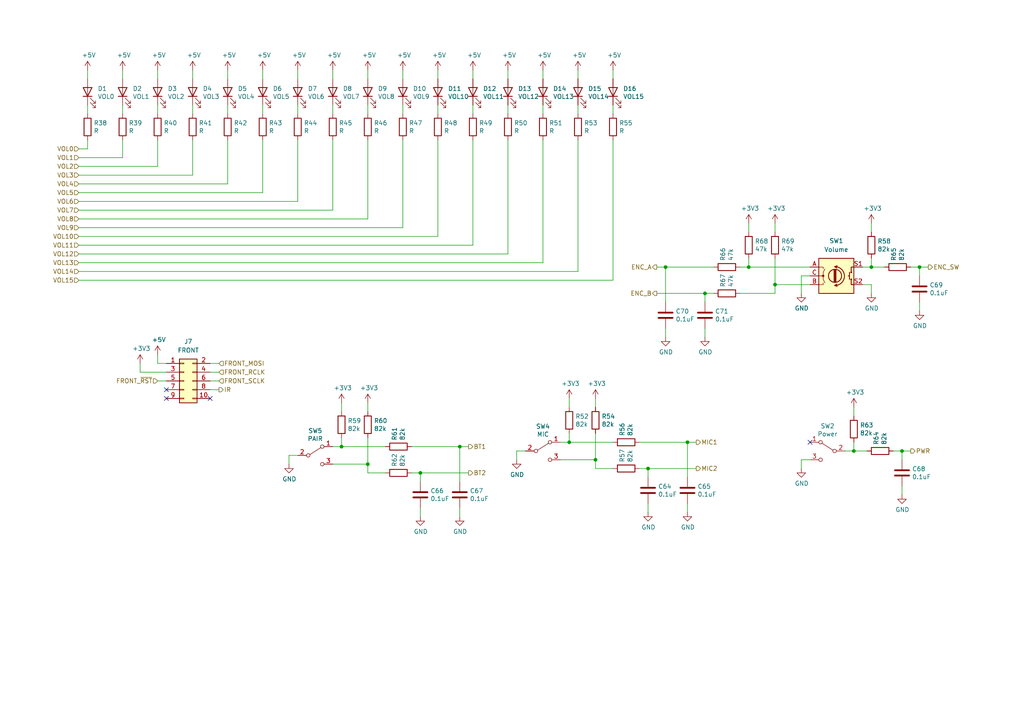
<source format=kicad_sch>
(kicad_sch (version 20201015) (generator eeschema)
  (page 1 7)
  (paper "A4")
  (lib_symbols
    (symbol "Connector_Generic:Conn_02x05_Odd_Even" (pin_names (offset 1.016) hide)
      (property "Reference" "J" (at 1.27 7.62 0))
      (property "Value" "Conn_02x05_Odd_Even" (at 1.27 -7.62 0))
      (symbol "Conn_02x05_Odd_Even_1_1"
        (rectangle (start -1.27 -4.953) (end 0 -5.207) (stroke (width 0.1524)))
        (rectangle (start -1.27 -2.413) (end 0 -2.667) (stroke (width 0.1524)))
        (rectangle (start -1.27 2.667) (end 0 2.413) (stroke (width 0.1524)))
        (rectangle (start -1.27 5.207) (end 0 4.953) (stroke (width 0.1524)))
        (rectangle (start -1.27 6.35) (end 3.81 -6.35) (stroke (width 0.254)) (fill (type background)))
        (rectangle (start -1.27 0.127) (end 0 -0.127) (stroke (width 0.1524)))
        (rectangle (start 3.81 -4.953) (end 2.54 -5.207) (stroke (width 0.1524)))
        (rectangle (start 3.81 -2.413) (end 2.54 -2.667) (stroke (width 0.1524)))
        (rectangle (start 3.81 2.667) (end 2.54 2.413) (stroke (width 0.1524)))
        (rectangle (start 3.81 5.207) (end 2.54 4.953) (stroke (width 0.1524)))
        (rectangle (start 3.81 0.127) (end 2.54 -0.127) (stroke (width 0.1524)))
        (pin passive line (at -5.08 5.08 0) (length 3.81) (name "Pin_1") (number "1"))
        (pin passive line (at 7.62 -5.08 180) (length 3.81) (name "Pin_10") (number "10"))
        (pin passive line (at 7.62 5.08 180) (length 3.81) (name "Pin_2") (number "2"))
        (pin passive line (at -5.08 2.54 0) (length 3.81) (name "Pin_3") (number "3"))
        (pin passive line (at 7.62 2.54 180) (length 3.81) (name "Pin_4") (number "4"))
        (pin passive line (at -5.08 0 0) (length 3.81) (name "Pin_5") (number "5"))
        (pin passive line (at 7.62 0 180) (length 3.81) (name "Pin_6") (number "6"))
        (pin passive line (at -5.08 -2.54 0) (length 3.81) (name "Pin_7") (number "7"))
        (pin passive line (at 7.62 -2.54 180) (length 3.81) (name "Pin_8") (number "8"))
        (pin passive line (at -5.08 -5.08 0) (length 3.81) (name "Pin_9") (number "9"))
      )
    )
    (symbol "Device:C" (pin_numbers hide) (pin_names (offset 0.254))
      (property "Reference" "C" (at 0.635 2.54 0))
      (property "Value" "C" (at 0.635 -2.54 0))
      (symbol "C_0_1"
        (polyline (pts (xy -2.032 -0.762) (xy 2.032 -0.762)) (stroke (width 0.508)))
        (polyline (pts (xy -2.032 0.762) (xy 2.032 0.762)) (stroke (width 0.508)))
      )
      (symbol "C_1_1"
        (pin passive line (at 0 3.81 270) (length 2.794) (name "~") (number "1"))
        (pin passive line (at 0 -3.81 90) (length 2.794) (name "~") (number "2"))
      )
    )
    (symbol "Device:LED" (pin_numbers hide) (pin_names (offset 1.016) hide)
      (property "Reference" "D" (at 0 2.54 0))
      (property "Value" "LED" (at 0 -2.54 0))
      (symbol "LED_0_1"
        (polyline (pts (xy -1.27 -1.27) (xy -1.27 1.27)) (stroke (width 0.254)))
        (polyline (pts (xy -1.27 0) (xy 1.27 0)))
        (polyline (pts (xy 1.27 -1.27) (xy 1.27 1.27) (xy -1.27 0) (xy 1.27 -1.27)) (stroke (width 0.254)))
        (polyline (pts (xy -3.048 -0.762) (xy -4.572 -2.286) (xy -3.81 -2.286) (xy -4.572 -2.286) (xy -4.572 -1.524)))
        (polyline (pts (xy -1.778 -0.762) (xy -3.302 -2.286) (xy -2.54 -2.286) (xy -3.302 -2.286) (xy -3.302 -1.524)))
      )
      (symbol "LED_1_1"
        (pin passive line (at -3.81 0 0) (length 2.54) (name "K") (number "1"))
        (pin passive line (at 3.81 0 180) (length 2.54) (name "A") (number "2"))
      )
    )
    (symbol "Device:R" (pin_numbers hide) (pin_names (offset 0))
      (property "Reference" "R" (at 2.032 0 90))
      (property "Value" "R" (at 0 0 90))
      (symbol "R_0_1"
        (rectangle (start -1.016 -2.54) (end 1.016 2.54) (stroke (width 0.254)))
      )
      (symbol "R_1_1"
        (pin passive line (at 0 3.81 270) (length 1.27) (name "~") (number "1"))
        (pin passive line (at 0 -3.81 90) (length 1.27) (name "~") (number "2"))
      )
    )
    (symbol "Device:RotaryEncoder_Switch" (pin_names (offset 0.254) hide)
      (property "Reference" "SW" (at 0 6.604 0))
      (property "Value" "RotaryEncoder_Switch" (at 0 -6.604 0))
      (symbol "RotaryEncoder_Switch_0_1"
        (arc (start -0.381 -2.794) (end -0.381 2.667) (radius (at -0.381 -0.0508) (length 2.7432) (angles -89.9 89.9)) (stroke (width 0.254)))
        (circle (center -3.81 0) (radius 0.254) (fill (type outline)))
        (circle (center -0.381 0) (radius 1.905) (stroke (width 0.254)))
        (circle (center 4.318 -1.016) (radius 0.127) (stroke (width 0.254)))
        (circle (center 4.318 1.016) (radius 0.127) (stroke (width 0.254)))
        (rectangle (start -5.08 5.08) (end 5.08 -5.08) (stroke (width 0.254)) (fill (type background)))
        (polyline (pts (xy -0.635 -1.778) (xy -0.635 1.778)) (stroke (width 0.254)))
        (polyline (pts (xy -0.381 -1.778) (xy -0.381 1.778)) (stroke (width 0.254)))
        (polyline (pts (xy -0.127 1.778) (xy -0.127 -1.778)) (stroke (width 0.254)))
        (polyline (pts (xy 3.81 0) (xy 3.429 0)) (stroke (width 0.254)))
        (polyline (pts (xy 3.81 1.016) (xy 3.81 -1.016)) (stroke (width 0.254)))
        (polyline (pts (xy -5.08 -2.54) (xy -3.81 -2.54) (xy -3.81 -2.032)))
        (polyline (pts (xy -5.08 2.54) (xy -3.81 2.54) (xy -3.81 2.032)))
        (polyline (pts (xy 0.254 -3.048) (xy -0.508 -2.794) (xy 0.127 -2.413)) (stroke (width 0.254)))
        (polyline (pts (xy 0.254 2.921) (xy -0.508 2.667) (xy 0.127 2.286)) (stroke (width 0.254)))
        (polyline (pts (xy 5.08 -2.54) (xy 4.318 -2.54) (xy 4.318 -1.016)) (stroke (width 0.254)))
        (polyline (pts (xy 5.08 2.54) (xy 4.318 2.54) (xy 4.318 1.016)) (stroke (width 0.254)))
        (polyline (pts (xy -5.08 0) (xy -3.81 0) (xy -3.81 -1.016) (xy -3.302 -2.032)))
        (polyline (pts (xy -4.318 0) (xy -3.81 0) (xy -3.81 1.016) (xy -3.302 2.032)))
      )
      (symbol "RotaryEncoder_Switch_1_1"
        (pin passive line (at -7.62 2.54 0) (length 2.54) (name "A") (number "A"))
        (pin passive line (at -7.62 -2.54 0) (length 2.54) (name "B") (number "B"))
        (pin passive line (at -7.62 0 0) (length 2.54) (name "C") (number "C"))
        (pin passive line (at 7.62 2.54 180) (length 2.54) (name "S1") (number "S1"))
        (pin passive line (at 7.62 -2.54 180) (length 2.54) (name "S2") (number "S2"))
      )
    )
    (symbol "Switch:SW_SPDT" (pin_names (offset 0) hide)
      (property "Reference" "SW" (at 0 4.318 0))
      (property "Value" "SW_SPDT" (at 0 -5.08 0))
      (symbol "SW_SPDT_0_0"
        (circle (center -2.032 0) (radius 0.508))
        (circle (center 2.032 -2.54) (radius 0.508))
      )
      (symbol "SW_SPDT_0_1"
        (circle (center 2.032 2.54) (radius 0.508))
        (polyline (pts (xy -1.524 0.254) (xy 1.651 2.286)))
      )
      (symbol "SW_SPDT_1_1"
        (pin passive line (at 5.08 2.54 180) (length 2.54) (name "A") (number "1"))
        (pin passive line (at -5.08 0 0) (length 2.54) (name "B") (number "2"))
        (pin passive line (at 5.08 -2.54 180) (length 2.54) (name "C") (number "3"))
      )
    )
    (symbol "power:+3V3" (power) (pin_names (offset 0))
      (property "Value" "+3V3" (at 0 3.556 0))
      (symbol "+3V3_0_1"
        (polyline (pts (xy -0.762 1.27) (xy 0 2.54)))
        (polyline (pts (xy 0 0) (xy 0 2.54)))
        (polyline (pts (xy 0 2.54) (xy 0.762 1.27)))
      )
      (symbol "+3V3_1_1"
        (pin power_in line (at 0 0 90) (length 0) hide (name "+3V3") (number "1"))
      )
    )
    (symbol "power:+5V" (power) (pin_names (offset 0))
      (property "Value" "+5V" (at 0 3.556 0))
      (symbol "+5V_0_1"
        (polyline (pts (xy -0.762 1.27) (xy 0 2.54)))
        (polyline (pts (xy 0 0) (xy 0 2.54)))
        (polyline (pts (xy 0 2.54) (xy 0.762 1.27)))
      )
      (symbol "+5V_1_1"
        (pin power_in line (at 0 0 90) (length 0) hide (name "+5V") (number "1"))
      )
    )
    (symbol "power:GND" (power) (pin_names (offset 0))
      (property "Value" "GND" (at 0 -3.81 0))
      (symbol "GND_0_1"
        (polyline (pts (xy 0 0) (xy 0 -1.27) (xy 1.27 -1.27) (xy 0 -2.54) (xy -1.27 -1.27) (xy 0 -1.27)))
      )
      (symbol "GND_1_1"
        (pin power_in line (at 0 0 270) (length 0) hide (name "GND") (number "1"))
      )
    )
  )
  (junction (at 99.06 129.54) (diameter 0.9144))
  (junction (at 106.68 134.62) (diameter 0.9144))
  (junction (at 121.92 137.16) (diameter 0.9144))
  (junction (at 133.35 129.54) (diameter 0.9144))
  (junction (at 165.1 128.27) (diameter 0.9144))
  (junction (at 172.72 133.35) (diameter 0.9144))
  (junction (at 187.96 135.89) (diameter 0.9144))
  (junction (at 193.04 77.47) (diameter 0.9144))
  (junction (at 199.39 128.27) (diameter 0.9144))
  (junction (at 204.47 85.09) (diameter 0.9144))
  (junction (at 217.17 77.47) (diameter 0.9144))
  (junction (at 224.79 82.55) (diameter 0.9144))
  (junction (at 247.65 130.81) (diameter 0.9144))
  (junction (at 252.73 77.47) (diameter 0.9144))
  (junction (at 261.62 130.81) (diameter 0.9144))
  (junction (at 266.7 77.47) (diameter 0.9144))
  (no_connect (at 48.26 115.57))
  (no_connect (at 234.95 128.27))
  (no_connect (at 60.96 115.57))
  (no_connect (at 48.26 113.03))
  (wire (pts (xy 22.86 43.18) (xy 25.4 43.18)))
  (wire (pts (xy 22.86 45.72) (xy 35.56 45.72)))
  (wire (pts (xy 22.86 48.26) (xy 45.72 48.26)))
  (wire (pts (xy 22.86 50.8) (xy 55.88 50.8)))
  (wire (pts (xy 22.86 53.34) (xy 66.04 53.34)))
  (wire (pts (xy 22.86 55.88) (xy 76.2 55.88)))
  (wire (pts (xy 22.86 58.42) (xy 86.36 58.42)))
  (wire (pts (xy 22.86 60.96) (xy 96.52 60.96)))
  (wire (pts (xy 22.86 66.04) (xy 116.84 66.04)))
  (wire (pts (xy 22.86 71.12) (xy 137.16 71.12)))
  (wire (pts (xy 22.86 76.2) (xy 157.48 76.2)))
  (wire (pts (xy 22.86 78.74) (xy 167.64 78.74)))
  (wire (pts (xy 22.86 81.28) (xy 177.8 81.28)))
  (wire (pts (xy 25.4 20.32) (xy 25.4 22.86)))
  (wire (pts (xy 25.4 30.48) (xy 25.4 33.02)))
  (wire (pts (xy 25.4 43.18) (xy 25.4 40.64)))
  (wire (pts (xy 35.56 20.32) (xy 35.56 22.86)))
  (wire (pts (xy 35.56 30.48) (xy 35.56 33.02)))
  (wire (pts (xy 35.56 45.72) (xy 35.56 40.64)))
  (wire (pts (xy 40.64 105.41) (xy 40.64 107.95)))
  (wire (pts (xy 40.64 107.95) (xy 48.26 107.95)))
  (wire (pts (xy 45.72 20.32) (xy 45.72 22.86)))
  (wire (pts (xy 45.72 30.48) (xy 45.72 33.02)))
  (wire (pts (xy 45.72 48.26) (xy 45.72 40.64)))
  (wire (pts (xy 45.72 102.87) (xy 45.72 105.41)))
  (wire (pts (xy 45.72 105.41) (xy 48.26 105.41)))
  (wire (pts (xy 45.72 110.49) (xy 48.26 110.49)))
  (wire (pts (xy 55.88 20.32) (xy 55.88 22.86)))
  (wire (pts (xy 55.88 30.48) (xy 55.88 33.02)))
  (wire (pts (xy 55.88 50.8) (xy 55.88 40.64)))
  (wire (pts (xy 60.96 105.41) (xy 63.5 105.41)))
  (wire (pts (xy 60.96 107.95) (xy 63.5 107.95)))
  (wire (pts (xy 60.96 110.49) (xy 63.5 110.49)))
  (wire (pts (xy 60.96 113.03) (xy 63.5 113.03)))
  (wire (pts (xy 66.04 20.32) (xy 66.04 22.86)))
  (wire (pts (xy 66.04 30.48) (xy 66.04 33.02)))
  (wire (pts (xy 66.04 53.34) (xy 66.04 40.64)))
  (wire (pts (xy 76.2 20.32) (xy 76.2 22.86)))
  (wire (pts (xy 76.2 30.48) (xy 76.2 33.02)))
  (wire (pts (xy 76.2 55.88) (xy 76.2 40.64)))
  (wire (pts (xy 83.82 132.08) (xy 83.82 134.62)))
  (wire (pts (xy 83.82 132.08) (xy 86.36 132.08)))
  (wire (pts (xy 86.36 20.32) (xy 86.36 22.86)))
  (wire (pts (xy 86.36 30.48) (xy 86.36 33.02)))
  (wire (pts (xy 86.36 58.42) (xy 86.36 40.64)))
  (wire (pts (xy 96.52 20.32) (xy 96.52 22.86)))
  (wire (pts (xy 96.52 30.48) (xy 96.52 33.02)))
  (wire (pts (xy 96.52 60.96) (xy 96.52 40.64)))
  (wire (pts (xy 96.52 129.54) (xy 99.06 129.54)))
  (wire (pts (xy 96.52 134.62) (xy 106.68 134.62)))
  (wire (pts (xy 99.06 116.84) (xy 99.06 119.38)))
  (wire (pts (xy 99.06 127) (xy 99.06 129.54)))
  (wire (pts (xy 99.06 129.54) (xy 111.76 129.54)))
  (wire (pts (xy 106.68 20.32) (xy 106.68 22.86)))
  (wire (pts (xy 106.68 30.48) (xy 106.68 33.02)))
  (wire (pts (xy 106.68 40.64) (xy 106.68 63.5)))
  (wire (pts (xy 106.68 63.5) (xy 22.86 63.5)))
  (wire (pts (xy 106.68 116.84) (xy 106.68 119.38)))
  (wire (pts (xy 106.68 134.62) (xy 106.68 127)))
  (wire (pts (xy 106.68 134.62) (xy 106.68 137.16)))
  (wire (pts (xy 106.68 137.16) (xy 111.76 137.16)))
  (wire (pts (xy 116.84 20.32) (xy 116.84 22.86)))
  (wire (pts (xy 116.84 30.48) (xy 116.84 33.02)))
  (wire (pts (xy 116.84 66.04) (xy 116.84 40.64)))
  (wire (pts (xy 121.92 137.16) (xy 119.38 137.16)))
  (wire (pts (xy 121.92 137.16) (xy 135.89 137.16)))
  (wire (pts (xy 121.92 139.7) (xy 121.92 137.16)))
  (wire (pts (xy 121.92 147.32) (xy 121.92 149.86)))
  (wire (pts (xy 127 20.32) (xy 127 22.86)))
  (wire (pts (xy 127 30.48) (xy 127 33.02)))
  (wire (pts (xy 127 40.64) (xy 127 68.58)))
  (wire (pts (xy 127 68.58) (xy 22.86 68.58)))
  (wire (pts (xy 133.35 129.54) (xy 119.38 129.54)))
  (wire (pts (xy 133.35 129.54) (xy 135.89 129.54)))
  (wire (pts (xy 133.35 139.7) (xy 133.35 129.54)))
  (wire (pts (xy 133.35 147.32) (xy 133.35 149.86)))
  (wire (pts (xy 137.16 20.32) (xy 137.16 22.86)))
  (wire (pts (xy 137.16 30.48) (xy 137.16 33.02)))
  (wire (pts (xy 137.16 71.12) (xy 137.16 40.64)))
  (wire (pts (xy 147.32 20.32) (xy 147.32 22.86)))
  (wire (pts (xy 147.32 30.48) (xy 147.32 33.02)))
  (wire (pts (xy 147.32 40.64) (xy 147.32 73.66)))
  (wire (pts (xy 147.32 73.66) (xy 22.86 73.66)))
  (wire (pts (xy 149.86 130.81) (xy 149.86 133.35)))
  (wire (pts (xy 149.86 130.81) (xy 152.4 130.81)))
  (wire (pts (xy 157.48 20.32) (xy 157.48 22.86)))
  (wire (pts (xy 157.48 30.48) (xy 157.48 33.02)))
  (wire (pts (xy 157.48 76.2) (xy 157.48 40.64)))
  (wire (pts (xy 162.56 128.27) (xy 165.1 128.27)))
  (wire (pts (xy 162.56 133.35) (xy 172.72 133.35)))
  (wire (pts (xy 165.1 115.57) (xy 165.1 118.11)))
  (wire (pts (xy 165.1 125.73) (xy 165.1 128.27)))
  (wire (pts (xy 165.1 128.27) (xy 177.8 128.27)))
  (wire (pts (xy 167.64 20.32) (xy 167.64 22.86)))
  (wire (pts (xy 167.64 30.48) (xy 167.64 33.02)))
  (wire (pts (xy 167.64 78.74) (xy 167.64 40.64)))
  (wire (pts (xy 172.72 115.57) (xy 172.72 118.11)))
  (wire (pts (xy 172.72 133.35) (xy 172.72 125.73)))
  (wire (pts (xy 172.72 133.35) (xy 172.72 135.89)))
  (wire (pts (xy 172.72 135.89) (xy 177.8 135.89)))
  (wire (pts (xy 177.8 20.32) (xy 177.8 22.86)))
  (wire (pts (xy 177.8 30.48) (xy 177.8 33.02)))
  (wire (pts (xy 177.8 81.28) (xy 177.8 40.64)))
  (wire (pts (xy 187.96 135.89) (xy 185.42 135.89)))
  (wire (pts (xy 187.96 135.89) (xy 201.93 135.89)))
  (wire (pts (xy 187.96 138.43) (xy 187.96 135.89)))
  (wire (pts (xy 187.96 146.05) (xy 187.96 148.59)))
  (wire (pts (xy 190.5 77.47) (xy 193.04 77.47)))
  (wire (pts (xy 190.5 85.09) (xy 204.47 85.09)))
  (wire (pts (xy 193.04 77.47) (xy 193.04 87.63)))
  (wire (pts (xy 193.04 77.47) (xy 207.01 77.47)))
  (wire (pts (xy 193.04 95.25) (xy 193.04 97.79)))
  (wire (pts (xy 199.39 128.27) (xy 185.42 128.27)))
  (wire (pts (xy 199.39 128.27) (xy 201.93 128.27)))
  (wire (pts (xy 199.39 138.43) (xy 199.39 128.27)))
  (wire (pts (xy 199.39 146.05) (xy 199.39 148.59)))
  (wire (pts (xy 204.47 85.09) (xy 204.47 87.63)))
  (wire (pts (xy 204.47 85.09) (xy 207.01 85.09)))
  (wire (pts (xy 204.47 95.25) (xy 204.47 97.79)))
  (wire (pts (xy 214.63 77.47) (xy 217.17 77.47)))
  (wire (pts (xy 217.17 64.77) (xy 217.17 67.31)))
  (wire (pts (xy 217.17 77.47) (xy 217.17 74.93)))
  (wire (pts (xy 217.17 77.47) (xy 234.95 77.47)))
  (wire (pts (xy 224.79 64.77) (xy 224.79 67.31)))
  (wire (pts (xy 224.79 74.93) (xy 224.79 82.55)))
  (wire (pts (xy 224.79 82.55) (xy 224.79 85.09)))
  (wire (pts (xy 224.79 82.55) (xy 234.95 82.55)))
  (wire (pts (xy 224.79 85.09) (xy 214.63 85.09)))
  (wire (pts (xy 232.41 80.01) (xy 232.41 85.09)))
  (wire (pts (xy 232.41 80.01) (xy 234.95 80.01)))
  (wire (pts (xy 232.41 133.35) (xy 232.41 135.89)))
  (wire (pts (xy 232.41 133.35) (xy 234.95 133.35)))
  (wire (pts (xy 245.11 130.81) (xy 247.65 130.81)))
  (wire (pts (xy 247.65 118.11) (xy 247.65 120.65)))
  (wire (pts (xy 247.65 128.27) (xy 247.65 130.81)))
  (wire (pts (xy 247.65 130.81) (xy 251.46 130.81)))
  (wire (pts (xy 250.19 77.47) (xy 252.73 77.47)))
  (wire (pts (xy 250.19 82.55) (xy 252.73 82.55)))
  (wire (pts (xy 252.73 64.77) (xy 252.73 67.31)))
  (wire (pts (xy 252.73 74.93) (xy 252.73 77.47)))
  (wire (pts (xy 252.73 77.47) (xy 256.54 77.47)))
  (wire (pts (xy 252.73 82.55) (xy 252.73 85.09)))
  (wire (pts (xy 261.62 130.81) (xy 259.08 130.81)))
  (wire (pts (xy 261.62 130.81) (xy 264.16 130.81)))
  (wire (pts (xy 261.62 133.35) (xy 261.62 130.81)))
  (wire (pts (xy 261.62 140.97) (xy 261.62 143.51)))
  (wire (pts (xy 266.7 77.47) (xy 264.16 77.47)))
  (wire (pts (xy 266.7 77.47) (xy 269.24 77.47)))
  (wire (pts (xy 266.7 80.01) (xy 266.7 77.47)))
  (wire (pts (xy 266.7 87.63) (xy 266.7 90.17)))
  (hierarchical_label "VOL0" (shape input) (at 22.86 43.18 180))
  (hierarchical_label "VOL1" (shape input) (at 22.86 45.72 180))
  (hierarchical_label "VOL2" (shape input) (at 22.86 48.26 180))
  (hierarchical_label "VOL3" (shape input) (at 22.86 50.8 180))
  (hierarchical_label "VOL4" (shape input) (at 22.86 53.34 180))
  (hierarchical_label "VOL5" (shape input) (at 22.86 55.88 180))
  (hierarchical_label "VOL6" (shape input) (at 22.86 58.42 180))
  (hierarchical_label "VOL7" (shape input) (at 22.86 60.96 180))
  (hierarchical_label "VOL8" (shape input) (at 22.86 63.5 180))
  (hierarchical_label "VOL9" (shape input) (at 22.86 66.04 180))
  (hierarchical_label "VOL10" (shape input) (at 22.86 68.58 180))
  (hierarchical_label "VOL11" (shape input) (at 22.86 71.12 180))
  (hierarchical_label "VOL12" (shape input) (at 22.86 73.66 180))
  (hierarchical_label "VOL13" (shape input) (at 22.86 76.2 180))
  (hierarchical_label "VOL14" (shape input) (at 22.86 78.74 180))
  (hierarchical_label "VOL15" (shape input) (at 22.86 81.28 180))
  (hierarchical_label "FRONT_~RST" (shape input) (at 45.72 110.49 180))
  (hierarchical_label "FRONT_MOSI" (shape input) (at 63.5 105.41 0))
  (hierarchical_label "FRONT_RCLK" (shape input) (at 63.5 107.95 0))
  (hierarchical_label "FRONT_SCLK" (shape input) (at 63.5 110.49 0))
  (hierarchical_label "IR" (shape output) (at 63.5 113.03 0))
  (hierarchical_label "BT1" (shape output) (at 135.89 129.54 0))
  (hierarchical_label "BT2" (shape output) (at 135.89 137.16 0))
  (hierarchical_label "ENC_A" (shape output) (at 190.5 77.47 180))
  (hierarchical_label "ENC_B" (shape output) (at 190.5 85.09 180))
  (hierarchical_label "MIC1" (shape output) (at 201.93 128.27 0))
  (hierarchical_label "MIC2" (shape output) (at 201.93 135.89 0))
  (hierarchical_label "PWR" (shape output) (at 264.16 130.81 0))
  (hierarchical_label "ENC_SW" (shape output) (at 269.24 77.47 0))
  (symbol (lib_id "power:+5V") (at 25.4 20.32 0) (unit 1)
    (property "Reference" "#PWR0193" (effects hide))
    (property "Value" "+5V" (at 25.7683 15.9956 0))
  )
  (symbol (lib_id "power:+5V") (at 35.56 20.32 0) (unit 1)
    (property "Reference" "#PWR0194" (effects hide))
    (property "Value" "+5V" (at 35.9283 15.9956 0))
  )
  (symbol (lib_id "power:+3V3") (at 40.64 105.41 0) (unit 1)
    (property "Reference" "#PWR0214" (effects hide))
    (property "Value" "+3V3" (at 41.0083 101.0856 0))
  )
  (symbol (lib_id "power:+5V") (at 45.72 20.32 0) (unit 1)
    (property "Reference" "#PWR0190" (effects hide))
    (property "Value" "+5V" (at 46.0883 15.9956 0))
  )
  (symbol (lib_id "power:+5V") (at 45.72 102.87 0) (unit 1)
    (property "Reference" "#PWR0215" (effects hide))
    (property "Value" "+5V" (at 46.0883 98.5456 0))
  )
  (symbol (lib_id "power:+5V") (at 55.88 20.32 0) (unit 1)
    (property "Reference" "#PWR0188" (effects hide))
    (property "Value" "+5V" (at 56.2483 15.9956 0))
  )
  (symbol (lib_id "power:+5V") (at 66.04 20.32 0) (unit 1)
    (property "Reference" "#PWR0189" (effects hide))
    (property "Value" "+5V" (at 66.4083 15.9956 0))
  )
  (symbol (lib_id "power:+5V") (at 76.2 20.32 0) (unit 1)
    (property "Reference" "#PWR0186" (effects hide))
    (property "Value" "+5V" (at 76.5683 15.9956 0))
  )
  (symbol (lib_id "power:+5V") (at 86.36 20.32 0) (unit 1)
    (property "Reference" "#PWR0187" (effects hide))
    (property "Value" "+5V" (at 86.7283 15.9956 0))
  )
  (symbol (lib_id "power:+5V") (at 96.52 20.32 0) (unit 1)
    (property "Reference" "#PWR0192" (effects hide))
    (property "Value" "+5V" (at 96.8883 15.9956 0))
  )
  (symbol (lib_id "power:+3V3") (at 99.06 116.84 0) (unit 1)
    (property "Reference" "#PWR0203" (effects hide))
    (property "Value" "+3V3" (at 99.4283 112.5156 0))
  )
  (symbol (lib_id "power:+5V") (at 106.68 20.32 0) (unit 1)
    (property "Reference" "#PWR0191" (effects hide))
    (property "Value" "+5V" (at 107.0483 15.9956 0))
  )
  (symbol (lib_id "power:+3V3") (at 106.68 116.84 0) (unit 1)
    (property "Reference" "#PWR0202" (effects hide))
    (property "Value" "+3V3" (at 107.0483 112.5156 0))
  )
  (symbol (lib_id "power:+5V") (at 116.84 20.32 0) (unit 1)
    (property "Reference" "#PWR0183" (effects hide))
    (property "Value" "+5V" (at 117.2083 15.9956 0))
  )
  (symbol (lib_id "power:+5V") (at 127 20.32 0) (unit 1)
    (property "Reference" "#PWR0185" (effects hide))
    (property "Value" "+5V" (at 127.3683 15.9956 0))
  )
  (symbol (lib_id "power:+5V") (at 137.16 20.32 0) (unit 1)
    (property "Reference" "#PWR0184" (effects hide))
    (property "Value" "+5V" (at 137.5283 15.9956 0))
  )
  (symbol (lib_id "power:+5V") (at 147.32 20.32 0) (unit 1)
    (property "Reference" "#PWR0179" (effects hide))
    (property "Value" "+5V" (at 147.6883 15.9956 0))
  )
  (symbol (lib_id "power:+5V") (at 157.48 20.32 0) (unit 1)
    (property "Reference" "#PWR0180" (effects hide))
    (property "Value" "+5V" (at 157.8483 15.9956 0))
  )
  (symbol (lib_id "power:+3V3") (at 165.1 115.57 0) (unit 1)
    (property "Reference" "#PWR0195" (effects hide))
    (property "Value" "+3V3" (at 165.4683 111.2456 0))
  )
  (symbol (lib_id "power:+5V") (at 167.64 20.32 0) (unit 1)
    (property "Reference" "#PWR0181" (effects hide))
    (property "Value" "+5V" (at 168.0083 15.9956 0))
  )
  (symbol (lib_id "power:+3V3") (at 172.72 115.57 0) (unit 1)
    (property "Reference" "#PWR0196" (effects hide))
    (property "Value" "+3V3" (at 173.0883 111.2456 0))
  )
  (symbol (lib_id "power:+5V") (at 177.8 20.32 0) (unit 1)
    (property "Reference" "#PWR0182" (effects hide))
    (property "Value" "+5V" (at 178.1683 15.9956 0))
  )
  (symbol (lib_id "power:+3V3") (at 217.17 64.77 0) (unit 1)
    (property "Reference" "#PWR0210" (effects hide))
    (property "Value" "+3V3" (at 217.5383 60.4456 0))
  )
  (symbol (lib_id "power:+3V3") (at 224.79 64.77 0) (unit 1)
    (property "Reference" "#PWR0211" (effects hide))
    (property "Value" "+3V3" (at 225.1583 60.4456 0))
  )
  (symbol (lib_id "power:+3V3") (at 247.65 118.11 0) (unit 1)
    (property "Reference" "#PWR0206" (effects hide))
    (property "Value" "+3V3" (at 248.0183 113.7856 0))
  )
  (symbol (lib_id "power:+3V3") (at 252.73 64.77 0) (unit 1)
    (property "Reference" "#PWR0207" (effects hide))
    (property "Value" "+3V3" (at 253.0983 60.4456 0))
  )
  (symbol (lib_id "power:GND") (at 83.82 134.62 0) (unit 1)
    (property "Reference" "#PWR0178" (effects hide))
    (property "Value" "GND" (at 83.9343 138.9444 0))
  )
  (symbol (lib_id "power:GND") (at 121.92 149.86 0) (unit 1)
    (property "Reference" "#PWR0197" (effects hide))
    (property "Value" "GND" (at 122.0343 154.1844 0))
  )
  (symbol (lib_id "power:GND") (at 133.35 149.86 0) (unit 1)
    (property "Reference" "#PWR0201" (effects hide))
    (property "Value" "GND" (at 133.4643 154.1844 0))
  )
  (symbol (lib_id "power:GND") (at 149.86 133.35 0) (unit 1)
    (property "Reference" "#PWR0162" (effects hide))
    (property "Value" "GND" (at 149.9743 137.6744 0))
  )
  (symbol (lib_id "power:GND") (at 187.96 148.59 0) (unit 1)
    (property "Reference" "#PWR0199" (effects hide))
    (property "Value" "GND" (at 188.0743 152.9144 0))
  )
  (symbol (lib_id "power:GND") (at 193.04 97.79 0) (unit 1)
    (property "Reference" "#PWR0213" (effects hide))
    (property "Value" "GND" (at 193.1543 102.1144 0))
  )
  (symbol (lib_id "power:GND") (at 199.39 148.59 0) (unit 1)
    (property "Reference" "#PWR0200" (effects hide))
    (property "Value" "GND" (at 199.5043 152.9144 0))
  )
  (symbol (lib_id "power:GND") (at 204.47 97.79 0) (unit 1)
    (property "Reference" "#PWR0212" (effects hide))
    (property "Value" "GND" (at 204.5843 102.1144 0))
  )
  (symbol (lib_id "power:GND") (at 232.41 85.09 0) (unit 1)
    (property "Reference" "#PWR0198" (effects hide))
    (property "Value" "GND" (at 232.5243 89.4144 0))
  )
  (symbol (lib_id "power:GND") (at 232.41 135.89 0) (unit 1)
    (property "Reference" "#PWR0204" (effects hide))
    (property "Value" "GND" (at 232.5243 140.2144 0))
  )
  (symbol (lib_id "power:GND") (at 252.73 85.09 0) (unit 1)
    (property "Reference" "#PWR0208" (effects hide))
    (property "Value" "GND" (at 252.8443 89.4144 0))
  )
  (symbol (lib_id "power:GND") (at 261.62 143.51 0) (unit 1)
    (property "Reference" "#PWR0205" (effects hide))
    (property "Value" "GND" (at 261.7343 147.8344 0))
  )
  (symbol (lib_id "power:GND") (at 266.7 90.17 0) (unit 1)
    (property "Reference" "#PWR0209" (effects hide))
    (property "Value" "GND" (at 266.8143 94.4944 0))
  )
  (symbol (lib_id "Device:R") (at 25.4 36.83 0) (unit 1)
    (property "Reference" "R38" (at 27.1781 35.6806 0) (effects (justify left)))
    (property "Value" "R" (at 27.1781 37.9793 0) (effects (justify left)))
    (property "Footprint" "Resistor_SMD:R_0603_1608Metric" (effects hide))
  )
  (symbol (lib_id "Device:R") (at 35.56 36.83 0) (unit 1)
    (property "Reference" "R39" (at 37.3381 35.6806 0) (effects (justify left)))
    (property "Value" "R" (at 37.3381 37.9793 0) (effects (justify left)))
    (property "Footprint" "Resistor_SMD:R_0603_1608Metric" (effects hide))
  )
  (symbol (lib_id "Device:R") (at 45.72 36.83 0) (unit 1)
    (property "Reference" "R40" (at 47.4981 35.6806 0) (effects (justify left)))
    (property "Value" "R" (at 47.4981 37.9793 0) (effects (justify left)))
    (property "Footprint" "Resistor_SMD:R_0603_1608Metric" (effects hide))
  )
  (symbol (lib_id "Device:R") (at 55.88 36.83 0) (unit 1)
    (property "Reference" "R41" (at 57.6581 35.6806 0) (effects (justify left)))
    (property "Value" "R" (at 57.6581 37.9793 0) (effects (justify left)))
    (property "Footprint" "Resistor_SMD:R_0603_1608Metric" (effects hide))
  )
  (symbol (lib_id "Device:R") (at 66.04 36.83 0) (unit 1)
    (property "Reference" "R42" (at 67.8181 35.6806 0) (effects (justify left)))
    (property "Value" "R" (at 67.8181 37.9793 0) (effects (justify left)))
    (property "Footprint" "Resistor_SMD:R_0603_1608Metric" (effects hide))
  )
  (symbol (lib_id "Device:R") (at 76.2 36.83 0) (unit 1)
    (property "Reference" "R43" (at 77.9781 35.6806 0) (effects (justify left)))
    (property "Value" "R" (at 77.9781 37.9793 0) (effects (justify left)))
    (property "Footprint" "Resistor_SMD:R_0603_1608Metric" (effects hide))
  )
  (symbol (lib_id "Device:R") (at 86.36 36.83 0) (unit 1)
    (property "Reference" "R44" (at 88.1381 35.6806 0) (effects (justify left)))
    (property "Value" "R" (at 88.1381 37.9793 0) (effects (justify left)))
    (property "Footprint" "Resistor_SMD:R_0603_1608Metric" (effects hide))
  )
  (symbol (lib_id "Device:R") (at 96.52 36.83 0) (unit 1)
    (property "Reference" "R45" (at 98.2981 35.6806 0) (effects (justify left)))
    (property "Value" "R" (at 98.2981 37.9793 0) (effects (justify left)))
    (property "Footprint" "Resistor_SMD:R_0603_1608Metric" (effects hide))
  )
  (symbol (lib_id "Device:R") (at 99.06 123.19 0) (unit 1)
    (property "Reference" "R59" (at 100.8381 122.0406 0) (effects (justify left)))
    (property "Value" "82k" (at 100.838 124.339 0) (effects (justify left)))
    (property "Footprint" "Resistor_SMD:R_0603_1608Metric" (effects hide))
  )
  (symbol (lib_id "Device:R") (at 106.68 36.83 0) (unit 1)
    (property "Reference" "R46" (at 108.4581 35.6806 0) (effects (justify left)))
    (property "Value" "R" (at 108.4581 37.9793 0) (effects (justify left)))
    (property "Footprint" "Resistor_SMD:R_0603_1608Metric" (effects hide))
  )
  (symbol (lib_id "Device:R") (at 106.68 123.19 0) (unit 1)
    (property "Reference" "R60" (at 108.4581 122.0406 0) (effects (justify left)))
    (property "Value" "82k" (at 108.458 124.339 0) (effects (justify left)))
    (property "Footprint" "Resistor_SMD:R_0603_1608Metric" (effects hide))
  )
  (symbol (lib_id "Device:R") (at 115.57 129.54 90) (unit 1)
    (property "Reference" "R61" (at 114.4206 127.7619 0) (effects (justify left)))
    (property "Value" "82k" (at 116.719 127.762 0) (effects (justify left)))
    (property "Footprint" "Resistor_SMD:R_0603_1608Metric" (effects hide))
  )
  (symbol (lib_id "Device:R") (at 115.57 137.16 90) (unit 1)
    (property "Reference" "R62" (at 114.4206 135.3819 0) (effects (justify left)))
    (property "Value" "82k" (at 116.719 135.382 0) (effects (justify left)))
    (property "Footprint" "Resistor_SMD:R_0603_1608Metric" (effects hide))
  )
  (symbol (lib_id "Device:R") (at 116.84 36.83 0) (unit 1)
    (property "Reference" "R47" (at 118.6181 35.6806 0) (effects (justify left)))
    (property "Value" "R" (at 118.6181 37.9793 0) (effects (justify left)))
    (property "Footprint" "Resistor_SMD:R_0603_1608Metric" (effects hide))
  )
  (symbol (lib_id "Device:R") (at 127 36.83 0) (unit 1)
    (property "Reference" "R48" (at 128.7781 35.6806 0) (effects (justify left)))
    (property "Value" "R" (at 128.7781 37.9793 0) (effects (justify left)))
    (property "Footprint" "Resistor_SMD:R_0603_1608Metric" (effects hide))
  )
  (symbol (lib_id "Device:R") (at 137.16 36.83 0) (unit 1)
    (property "Reference" "R49" (at 138.9381 35.6806 0) (effects (justify left)))
    (property "Value" "R" (at 138.9381 37.9793 0) (effects (justify left)))
    (property "Footprint" "Resistor_SMD:R_0603_1608Metric" (effects hide))
  )
  (symbol (lib_id "Device:R") (at 147.32 36.83 0) (unit 1)
    (property "Reference" "R50" (at 149.0981 35.6806 0) (effects (justify left)))
    (property "Value" "R" (at 149.0981 37.9793 0) (effects (justify left)))
    (property "Footprint" "Resistor_SMD:R_0603_1608Metric" (effects hide))
  )
  (symbol (lib_id "Device:R") (at 157.48 36.83 0) (unit 1)
    (property "Reference" "R51" (at 159.2581 35.6806 0) (effects (justify left)))
    (property "Value" "R" (at 159.2581 37.9793 0) (effects (justify left)))
    (property "Footprint" "Resistor_SMD:R_0603_1608Metric" (effects hide))
  )
  (symbol (lib_id "Device:R") (at 165.1 121.92 0) (unit 1)
    (property "Reference" "R52" (at 166.8781 120.7706 0) (effects (justify left)))
    (property "Value" "82k" (at 166.878 123.069 0) (effects (justify left)))
    (property "Footprint" "Resistor_SMD:R_0603_1608Metric" (effects hide))
  )
  (symbol (lib_id "Device:R") (at 167.64 36.83 0) (unit 1)
    (property "Reference" "R53" (at 169.4181 35.6806 0) (effects (justify left)))
    (property "Value" "R" (at 169.4181 37.9793 0) (effects (justify left)))
    (property "Footprint" "Resistor_SMD:R_0603_1608Metric" (effects hide))
  )
  (symbol (lib_id "Device:R") (at 172.72 121.92 0) (unit 1)
    (property "Reference" "R54" (at 174.4981 120.7706 0) (effects (justify left)))
    (property "Value" "82k" (at 174.498 123.069 0) (effects (justify left)))
    (property "Footprint" "Resistor_SMD:R_0603_1608Metric" (effects hide))
  )
  (symbol (lib_id "Device:R") (at 177.8 36.83 0) (unit 1)
    (property "Reference" "R55" (at 179.5781 35.6806 0) (effects (justify left)))
    (property "Value" "R" (at 179.5781 37.9793 0) (effects (justify left)))
    (property "Footprint" "Resistor_SMD:R_0603_1608Metric" (effects hide))
  )
  (symbol (lib_id "Device:R") (at 181.61 128.27 90) (unit 1)
    (property "Reference" "R56" (at 180.4606 126.4919 0) (effects (justify left)))
    (property "Value" "82k" (at 182.759 126.492 0) (effects (justify left)))
    (property "Footprint" "Resistor_SMD:R_0603_1608Metric" (effects hide))
  )
  (symbol (lib_id "Device:R") (at 181.61 135.89 90) (unit 1)
    (property "Reference" "R57" (at 180.4606 134.1119 0) (effects (justify left)))
    (property "Value" "82k" (at 182.759 134.112 0) (effects (justify left)))
    (property "Footprint" "Resistor_SMD:R_0603_1608Metric" (effects hide))
  )
  (symbol (lib_id "Device:R") (at 210.82 77.47 90) (unit 1)
    (property "Reference" "R66" (at 209.6706 75.6919 0) (effects (justify left)))
    (property "Value" "47k" (at 211.969 75.692 0) (effects (justify left)))
    (property "Footprint" "Resistor_SMD:R_0603_1608Metric" (effects hide))
  )
  (symbol (lib_id "Device:R") (at 210.82 85.09 90) (unit 1)
    (property "Reference" "R67" (at 209.6706 83.3119 0) (effects (justify left)))
    (property "Value" "47k" (at 211.969 83.312 0) (effects (justify left)))
    (property "Footprint" "Resistor_SMD:R_0603_1608Metric" (effects hide))
  )
  (symbol (lib_id "Device:R") (at 217.17 71.12 0) (unit 1)
    (property "Reference" "R68" (at 218.9481 69.9706 0) (effects (justify left)))
    (property "Value" "47k" (at 218.948 72.269 0) (effects (justify left)))
    (property "Footprint" "Resistor_SMD:R_0603_1608Metric" (effects hide))
  )
  (symbol (lib_id "Device:R") (at 224.79 71.12 0) (unit 1)
    (property "Reference" "R69" (at 226.5681 69.9706 0) (effects (justify left)))
    (property "Value" "47k" (at 226.568 72.269 0) (effects (justify left)))
    (property "Footprint" "Resistor_SMD:R_0603_1608Metric" (effects hide))
  )
  (symbol (lib_id "Device:R") (at 247.65 124.46 0) (unit 1)
    (property "Reference" "R63" (at 249.4281 123.3106 0) (effects (justify left)))
    (property "Value" "82k" (at 249.428 125.609 0) (effects (justify left)))
    (property "Footprint" "Resistor_SMD:R_0603_1608Metric" (effects hide))
  )
  (symbol (lib_id "Device:R") (at 252.73 71.12 0) (unit 1)
    (property "Reference" "R58" (at 254.5081 69.9706 0) (effects (justify left)))
    (property "Value" "82k" (at 254.508 72.269 0) (effects (justify left)))
    (property "Footprint" "Resistor_SMD:R_0603_1608Metric" (effects hide))
  )
  (symbol (lib_id "Device:R") (at 255.27 130.81 90) (unit 1)
    (property "Reference" "R64" (at 254.1206 129.0319 0) (effects (justify left)))
    (property "Value" "82k" (at 256.419 129.032 0) (effects (justify left)))
    (property "Footprint" "Resistor_SMD:R_0603_1608Metric" (effects hide))
  )
  (symbol (lib_id "Device:R") (at 260.35 77.47 90) (unit 1)
    (property "Reference" "R65" (at 259.2006 75.6919 0) (effects (justify left)))
    (property "Value" "82k" (at 261.499 75.692 0) (effects (justify left)))
    (property "Footprint" "Resistor_SMD:R_0603_1608Metric" (effects hide))
  )
  (symbol (lib_id "Device:LED") (at 25.4 26.67 90) (unit 1)
    (property "Reference" "D1" (at 28.3211 25.7111 90) (effects (justify right)))
    (property "Value" "VOL0" (at 28.321 28.01 90) (effects (justify right)))
    (property "Footprint" "HackAmp-Footprints:LED_0603_1608Metric_SideView_Inolux" (effects hide))
    (property "Part Name" "Inolux IN-S63AS5B" (effects hide))
  )
  (symbol (lib_id "Device:LED") (at 35.56 26.67 90) (unit 1)
    (property "Reference" "D2" (at 38.4811 25.7111 90) (effects (justify right)))
    (property "Value" "VOL1" (at 38.481 28.01 90) (effects (justify right)))
    (property "Footprint" "HackAmp-Footprints:LED_0603_1608Metric_SideView_Inolux" (effects hide))
    (property "Part Name" "Inolux IN-S63AS5B" (effects hide))
  )
  (symbol (lib_id "Device:LED") (at 45.72 26.67 90) (unit 1)
    (property "Reference" "D3" (at 48.6411 25.7111 90) (effects (justify right)))
    (property "Value" "VOL2" (at 48.641 28.01 90) (effects (justify right)))
    (property "Footprint" "HackAmp-Footprints:LED_0603_1608Metric_SideView_Inolux" (effects hide))
    (property "Part Name" "Inolux IN-S63AS5B" (effects hide))
  )
  (symbol (lib_id "Device:LED") (at 55.88 26.67 90) (unit 1)
    (property "Reference" "D4" (at 58.8011 25.7111 90) (effects (justify right)))
    (property "Value" "VOL3" (at 58.801 28.01 90) (effects (justify right)))
    (property "Footprint" "HackAmp-Footprints:LED_0603_1608Metric_SideView_Inolux" (effects hide))
    (property "Part Name" "Inolux IN-S63AS5B" (effects hide))
  )
  (symbol (lib_id "Device:LED") (at 66.04 26.67 90) (unit 1)
    (property "Reference" "D5" (at 68.9611 25.7111 90) (effects (justify right)))
    (property "Value" "VOL4" (at 68.961 28.01 90) (effects (justify right)))
    (property "Footprint" "HackAmp-Footprints:LED_0603_1608Metric_SideView_Inolux" (effects hide))
    (property "Part Name" "Inolux IN-S63AS5B" (effects hide))
  )
  (symbol (lib_id "Device:LED") (at 76.2 26.67 90) (unit 1)
    (property "Reference" "D6" (at 79.1211 25.7111 90) (effects (justify right)))
    (property "Value" "VOL5" (at 79.121 28.01 90) (effects (justify right)))
    (property "Footprint" "HackAmp-Footprints:LED_0603_1608Metric_SideView_Inolux" (effects hide))
    (property "Part Name" "Inolux IN-S63AS5B" (effects hide))
  )
  (symbol (lib_id "Device:LED") (at 86.36 26.67 90) (unit 1)
    (property "Reference" "D7" (at 89.2811 25.7111 90) (effects (justify right)))
    (property "Value" "VOL6" (at 89.281 28.01 90) (effects (justify right)))
    (property "Footprint" "HackAmp-Footprints:LED_0603_1608Metric_SideView_Inolux" (effects hide))
    (property "Part Name" "Inolux IN-S63AS5B" (effects hide))
  )
  (symbol (lib_id "Device:LED") (at 96.52 26.67 90) (unit 1)
    (property "Reference" "D8" (at 99.4411 25.7111 90) (effects (justify right)))
    (property "Value" "VOL7" (at 99.441 28.01 90) (effects (justify right)))
    (property "Footprint" "HackAmp-Footprints:LED_0603_1608Metric_SideView_Inolux" (effects hide))
    (property "Part Name" "Inolux IN-S63AS5B" (effects hide))
  )
  (symbol (lib_id "Device:LED") (at 106.68 26.67 90) (unit 1)
    (property "Reference" "D9" (at 109.6011 25.7111 90) (effects (justify right)))
    (property "Value" "VOL8" (at 109.601 28.01 90) (effects (justify right)))
    (property "Footprint" "HackAmp-Footprints:LED_0603_1608Metric_SideView_Inolux" (effects hide))
    (property "Part Name" "Inolux IN-S63AS5B" (effects hide))
  )
  (symbol (lib_id "Device:LED") (at 116.84 26.67 90) (unit 1)
    (property "Reference" "D10" (at 119.7611 25.7111 90) (effects (justify right)))
    (property "Value" "VOL9" (at 119.761 28.01 90) (effects (justify right)))
    (property "Footprint" "HackAmp-Footprints:LED_0603_1608Metric_SideView_Inolux" (effects hide))
    (property "Part Name" "Inolux IN-S63AS5B" (effects hide))
  )
  (symbol (lib_id "Device:LED") (at 127 26.67 90) (unit 1)
    (property "Reference" "D11" (at 129.9211 25.7111 90) (effects (justify right)))
    (property "Value" "VOL10" (at 129.921 28.01 90) (effects (justify right)))
    (property "Footprint" "HackAmp-Footprints:LED_0603_1608Metric_SideView_Inolux" (effects hide))
    (property "Part Name" "Inolux IN-S63AS5B" (effects hide))
  )
  (symbol (lib_id "Device:LED") (at 137.16 26.67 90) (unit 1)
    (property "Reference" "D12" (at 140.0811 25.7111 90) (effects (justify right)))
    (property "Value" "VOL11" (at 140.081 28.01 90) (effects (justify right)))
    (property "Footprint" "HackAmp-Footprints:LED_0603_1608Metric_SideView_Inolux" (effects hide))
    (property "Part Name" "Inolux IN-S63AS5B" (effects hide))
  )
  (symbol (lib_id "Device:LED") (at 147.32 26.67 90) (unit 1)
    (property "Reference" "D13" (at 150.2411 25.7111 90) (effects (justify right)))
    (property "Value" "VOL12" (at 150.241 28.01 90) (effects (justify right)))
    (property "Footprint" "HackAmp-Footprints:LED_0603_1608Metric_SideView_Inolux" (effects hide))
    (property "Part Name" "Inolux IN-S63AS5B" (effects hide))
  )
  (symbol (lib_id "Device:LED") (at 157.48 26.67 90) (unit 1)
    (property "Reference" "D14" (at 160.4011 25.7111 90) (effects (justify right)))
    (property "Value" "VOL13" (at 160.401 28.01 90) (effects (justify right)))
    (property "Footprint" "HackAmp-Footprints:LED_0603_1608Metric_SideView_Inolux" (effects hide))
    (property "Part Name" "Inolux IN-S63AS5B" (effects hide))
  )
  (symbol (lib_id "Device:LED") (at 167.64 26.67 90) (unit 1)
    (property "Reference" "D15" (at 170.5611 25.7111 90) (effects (justify right)))
    (property "Value" "VOL14" (at 170.561 28.01 90) (effects (justify right)))
    (property "Footprint" "HackAmp-Footprints:LED_0603_1608Metric_SideView_Inolux" (effects hide))
    (property "Part Name" "Inolux IN-S63AS5B" (effects hide))
  )
  (symbol (lib_id "Device:LED") (at 177.8 26.67 90) (unit 1)
    (property "Reference" "D16" (at 180.7211 25.7111 90) (effects (justify right)))
    (property "Value" "VOL15" (at 180.721 28.01 90) (effects (justify right)))
    (property "Footprint" "HackAmp-Footprints:LED_0603_1608Metric_SideView_Inolux" (effects hide))
    (property "Part Name" "Inolux IN-S63AS5B" (effects hide))
  )
  (symbol (lib_id "Device:C") (at 121.92 143.51 0) (unit 1)
    (property "Reference" "C66" (at 124.8411 142.3606 0) (effects (justify left)))
    (property "Value" "0.1uF" (at 124.841 144.659 0) (effects (justify left)))
    (property "Footprint" "Capacitor_SMD:C_0603_1608Metric" (effects hide))
  )
  (symbol (lib_id "Device:C") (at 133.35 143.51 0) (unit 1)
    (property "Reference" "C67" (at 136.2711 142.3606 0) (effects (justify left)))
    (property "Value" "0.1uF" (at 136.271 144.659 0) (effects (justify left)))
    (property "Footprint" "Capacitor_SMD:C_0603_1608Metric" (effects hide))
  )
  (symbol (lib_id "Device:C") (at 187.96 142.24 0) (unit 1)
    (property "Reference" "C64" (at 190.8811 141.0906 0) (effects (justify left)))
    (property "Value" "0.1uF" (at 190.881 143.389 0) (effects (justify left)))
    (property "Footprint" "Capacitor_SMD:C_0603_1608Metric" (effects hide))
  )
  (symbol (lib_id "Device:C") (at 193.04 91.44 0) (unit 1)
    (property "Reference" "C70" (at 195.9611 90.2906 0) (effects (justify left)))
    (property "Value" "0.1uF" (at 195.961 92.589 0) (effects (justify left)))
    (property "Footprint" "Capacitor_SMD:C_0603_1608Metric" (effects hide))
  )
  (symbol (lib_id "Device:C") (at 199.39 142.24 0) (unit 1)
    (property "Reference" "C65" (at 202.3111 141.0906 0) (effects (justify left)))
    (property "Value" "0.1uF" (at 202.311 143.389 0) (effects (justify left)))
    (property "Footprint" "Capacitor_SMD:C_0603_1608Metric" (effects hide))
  )
  (symbol (lib_id "Device:C") (at 204.47 91.44 0) (unit 1)
    (property "Reference" "C71" (at 207.3911 90.2906 0) (effects (justify left)))
    (property "Value" "0.1uF" (at 207.391 92.589 0) (effects (justify left)))
    (property "Footprint" "Capacitor_SMD:C_0603_1608Metric" (effects hide))
  )
  (symbol (lib_id "Device:C") (at 261.62 137.16 0) (unit 1)
    (property "Reference" "C68" (at 264.5411 136.0106 0) (effects (justify left)))
    (property "Value" "0.1uF" (at 264.541 138.309 0) (effects (justify left)))
    (property "Footprint" "Capacitor_SMD:C_0603_1608Metric" (effects hide))
  )
  (symbol (lib_id "Device:C") (at 266.7 83.82 0) (unit 1)
    (property "Reference" "C69" (at 269.6211 82.6706 0) (effects (justify left)))
    (property "Value" "0.1uF" (at 269.621 84.969 0) (effects (justify left)))
    (property "Footprint" "Capacitor_SMD:C_0603_1608Metric" (effects hide))
  )
  (symbol (lib_id "Switch:SW_SPDT") (at 91.44 132.08 0) (unit 1)
    (property "Reference" "SW5" (at 91.44 124.9488 0))
    (property "Value" "PAIR" (at 91.44 127.247 0))
    (property "Footprint" "HackAmp-Footprints:SW_Lever_1P2T_E-Switch_SP1T2B4M7QE" (effects hide))
    (property "Part Name" "E-Switch 100SP5T2B4M7RE" (effects hide))
  )
  (symbol (lib_id "Switch:SW_SPDT") (at 157.48 130.81 0) (unit 1)
    (property "Reference" "SW4" (at 157.48 123.6788 0))
    (property "Value" "MIC" (at 157.48 125.977 0))
    (property "Footprint" "HackAmp-Footprints:SW_Lever_1P2T_E-Switch_SP1T2B4M7QE" (effects hide))
    (property "Part Name" "E-Switch 100SP5T2B4M7RE" (effects hide))
  )
  (symbol (lib_id "Switch:SW_SPDT") (at 240.03 130.81 0) (mirror y) (unit 1)
    (property "Reference" "SW2" (at 240.03 123.571 0))
    (property "Value" "Power" (at 240.03 125.8824 0))
    (property "Footprint" "HackAmp-Footprints:SW_Lever_1P2T_E-Switch_SP1T2B4M7QE" (effects hide))
    (property "Part Name" "E-Switch 100SP1T2B4M7RE" (effects hide))
  )
  (symbol (lib_id "Device:RotaryEncoder_Switch") (at 242.57 80.01 0) (unit 1)
    (property "Reference" "SW1" (at 242.57 69.85 0))
    (property "Value" "Volume" (at 242.57 72.39 0))
    (property "Footprint" "HackAmp-Footprints:RotaryEncoder_TTElectronics_EN12-VS_Vertical_L17.5mm" (effects hide))
    (property "Part Name" "TT Electronics EN12-VS11AF18" (effects hide))
  )
  (symbol (lib_id "Connector_Generic:Conn_02x05_Odd_Even") (at 53.34 110.49 0) (unit 1)
    (property "Reference" "J7" (at 54.61 99.06 0))
    (property "Value" "FRONT" (at 54.61 101.6 0))
    (property "Footprint" "Connector_IDC:IDC-Header_2x05_P2.54mm_Vertical" (effects hide))
  )
)
</source>
